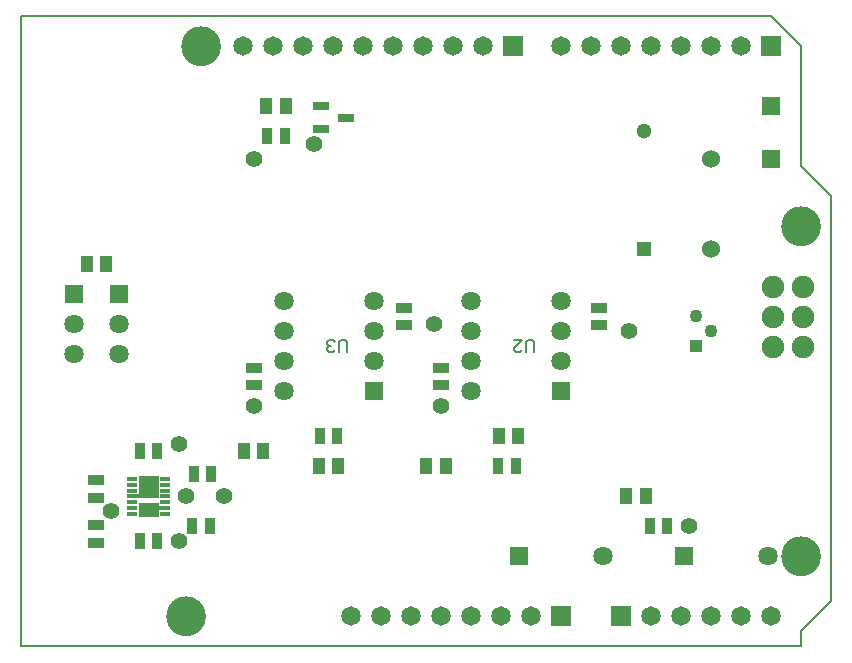
<source format=gts>
G04*
G04 #@! TF.GenerationSoftware,Altium Limited,Altium Designer,20.0.12 (288)*
G04*
G04 Layer_Color=8388736*
%FSLAX25Y25*%
%MOIN*%
G70*
G01*
G75*
%ADD15C,0.00500*%
%ADD17C,0.00700*%
%ADD19R,0.05315X0.03740*%
%ADD20R,0.03740X0.05315*%
%ADD27R,0.03847X0.05815*%
%ADD28R,0.01681X0.01484*%
%ADD29R,0.02468X0.01484*%
%ADD30R,0.06996X0.04713*%
%ADD31R,0.06996X0.07508*%
%ADD32R,0.03256X0.01484*%
%ADD33R,0.05618X0.02862*%
%ADD34C,0.06406*%
%ADD35R,0.06406X0.06406*%
%ADD36C,0.04331*%
%ADD37R,0.04331X0.04331*%
%ADD38R,0.06406X0.06406*%
%ADD39C,0.06012*%
%ADD40C,0.05118*%
%ADD41R,0.05118X0.05118*%
%ADD42C,0.13098*%
%ADD43R,0.06500X0.06500*%
%ADD44C,0.06500*%
%ADD45C,0.07500*%
%ADD46C,0.05500*%
D15*
X266299Y140000D02*
G03*
X266299Y140000I-6299J0D01*
G01*
X61299Y10000D02*
G03*
X61299Y10000I-6299J0D01*
G01*
X266299Y30000D02*
G03*
X266299Y30000I-6299J0D01*
G01*
X66299Y200000D02*
G03*
X66299Y200000I-6299J0D01*
G01*
X0Y210000D02*
X250000D01*
X0Y0D02*
X260000D01*
X0D02*
Y210000D01*
X250000D02*
X260000Y200000D01*
Y160000D02*
Y200000D01*
Y160000D02*
X270000Y150000D01*
Y15000D02*
Y150000D01*
X260000Y5000D02*
X270000Y15000D01*
X260000Y0D02*
Y5000D01*
D17*
X171000Y98001D02*
Y101334D01*
X170334Y102000D01*
X169001D01*
X168334Y101334D01*
Y98001D01*
X164336Y102000D02*
X167001D01*
X164336Y99334D01*
Y98668D01*
X165002Y98001D01*
X166335D01*
X167001Y98668D01*
X108500Y98001D02*
Y101334D01*
X107834Y102000D01*
X106501D01*
X105834Y101334D01*
Y98001D01*
X104501Y98668D02*
X103835Y98001D01*
X102502D01*
X101836Y98668D01*
Y99334D01*
X102502Y100001D01*
X103168D01*
X102502D01*
X101836Y100667D01*
Y101334D01*
X102502Y102000D01*
X103835D01*
X104501Y101334D01*
D19*
X127500Y107047D02*
D03*
Y112953D02*
D03*
X140000Y87047D02*
D03*
Y92953D02*
D03*
X192500Y107047D02*
D03*
Y112953D02*
D03*
X25000Y55453D02*
D03*
Y49547D02*
D03*
Y34547D02*
D03*
Y40453D02*
D03*
X77500Y92953D02*
D03*
Y87047D02*
D03*
D20*
X215453Y40000D02*
D03*
X209547D02*
D03*
X39547Y35000D02*
D03*
X45453D02*
D03*
X57500Y57500D02*
D03*
X63406D02*
D03*
X57047Y40000D02*
D03*
X62953D02*
D03*
X87953Y170000D02*
D03*
X82047D02*
D03*
X159095Y60000D02*
D03*
X165000D02*
D03*
X99547Y70000D02*
D03*
X105453D02*
D03*
X39547Y65000D02*
D03*
X45453D02*
D03*
D27*
X28341Y127396D02*
D03*
X21845D02*
D03*
X74252Y65000D02*
D03*
X80748D02*
D03*
X208248Y50000D02*
D03*
X201752D02*
D03*
X88248Y180000D02*
D03*
X81752D02*
D03*
X165748Y70000D02*
D03*
X159252D02*
D03*
X105748Y60000D02*
D03*
X99252D02*
D03*
X141496D02*
D03*
X135000D02*
D03*
D28*
X38681Y50000D02*
D03*
D29*
X46043Y46063D02*
D03*
D30*
X42500Y45394D02*
D03*
D31*
Y53012D02*
D03*
D32*
X48012Y55905D02*
D03*
Y53937D02*
D03*
Y51968D02*
D03*
Y50000D02*
D03*
Y48031D02*
D03*
Y46063D02*
D03*
Y44094D02*
D03*
X36988D02*
D03*
Y46063D02*
D03*
Y48031D02*
D03*
Y50000D02*
D03*
Y51968D02*
D03*
Y53937D02*
D03*
Y55905D02*
D03*
D33*
X100000Y180000D02*
D03*
Y172520D02*
D03*
X108268Y176260D02*
D03*
D34*
X32500Y97500D02*
D03*
Y107500D02*
D03*
X17500Y97500D02*
D03*
Y107500D02*
D03*
X193976Y30000D02*
D03*
X248976D02*
D03*
X180000Y95000D02*
D03*
Y105000D02*
D03*
Y115000D02*
D03*
X150000Y85000D02*
D03*
Y95000D02*
D03*
Y105000D02*
D03*
Y115000D02*
D03*
X117500Y95000D02*
D03*
Y105000D02*
D03*
Y115000D02*
D03*
X87500Y85000D02*
D03*
Y95000D02*
D03*
Y105000D02*
D03*
Y115000D02*
D03*
D35*
X32500Y117500D02*
D03*
X17500D02*
D03*
X250000Y180000D02*
D03*
Y162500D02*
D03*
D36*
X230000Y105000D02*
D03*
X225000Y110000D02*
D03*
D37*
Y100000D02*
D03*
D38*
X166024Y30000D02*
D03*
X221024D02*
D03*
X180000Y85000D02*
D03*
X117500D02*
D03*
D39*
X230000Y162500D02*
D03*
Y132500D02*
D03*
D40*
X207500Y171870D02*
D03*
D41*
Y132500D02*
D03*
D42*
X260000Y30000D02*
D03*
Y140000D02*
D03*
X55000Y10000D02*
D03*
X60000Y200000D02*
D03*
D43*
X200000Y10000D02*
D03*
X164000Y200000D02*
D03*
X250000D02*
D03*
X180000Y10000D02*
D03*
D44*
X210000D02*
D03*
X220000D02*
D03*
X230000D02*
D03*
X240000D02*
D03*
X250000D02*
D03*
X154000Y200000D02*
D03*
X144000D02*
D03*
X134000D02*
D03*
X124000D02*
D03*
X114000D02*
D03*
X104000D02*
D03*
X94000D02*
D03*
X84000D02*
D03*
X74000D02*
D03*
X220000D02*
D03*
X210000D02*
D03*
X200000D02*
D03*
X190000D02*
D03*
X180000D02*
D03*
X240000D02*
D03*
X230000D02*
D03*
X150000Y10000D02*
D03*
X140000D02*
D03*
X130000D02*
D03*
X120000D02*
D03*
X110000D02*
D03*
X170000D02*
D03*
X160000D02*
D03*
D45*
X250551Y119803D02*
D03*
X260551D02*
D03*
X250551Y109803D02*
D03*
X260551D02*
D03*
X250551Y99803D02*
D03*
X260551D02*
D03*
D46*
X222500Y40000D02*
D03*
X202500Y105000D02*
D03*
X137500Y107500D02*
D03*
X52500Y67500D02*
D03*
X67500Y50000D02*
D03*
X30000Y45000D02*
D03*
X52500Y35000D02*
D03*
X55000Y50000D02*
D03*
X140000Y80000D02*
D03*
X77500D02*
D03*
X97500Y167500D02*
D03*
X77500Y162500D02*
D03*
M02*

</source>
